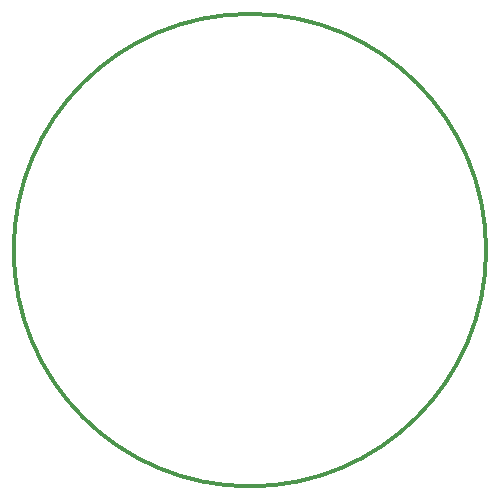
<source format=gm1>
%FSLAX24Y24*%
%MOIN*%
G70*
G01*
G75*
G04 Layer_Color=16711935*
%ADD10R,0.0400X0.0500*%
%ADD11R,0.0800X0.0800*%
%ADD12R,0.0500X0.0400*%
%ADD13R,0.0354X0.0315*%
%ADD14C,0.0197*%
%ADD15C,0.0100*%
%ADD16C,0.1575*%
%ADD17C,0.0700*%
%ADD18C,0.0600*%
%ADD19C,0.0500*%
%ADD20C,0.0118*%
G54D20*
X7874Y39D02*
G03*
X7874Y39I-7874J0D01*
G01*
M02*

</source>
